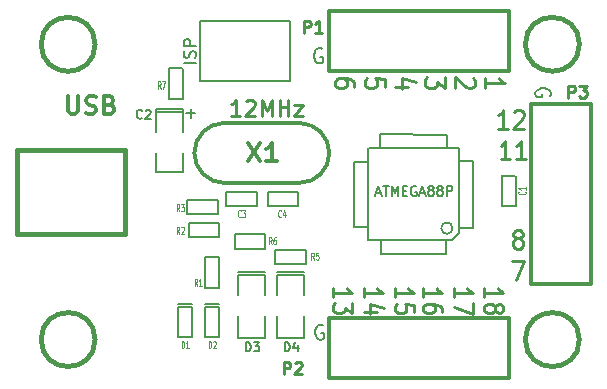
<source format=gto>
G04 (created by PCBNEW (2013-07-24 BZR 4024)-stable) date Fri 24 Jul 2015 04:08:31 PM NZST*
%MOIN*%
G04 Gerber Fmt 3.4, Leading zero omitted, Abs format*
%FSLAX34Y34*%
G01*
G70*
G90*
G04 APERTURE LIST*
%ADD10C,0.005*%
%ADD11C,0.0079*%
%ADD12C,0.0098*%
%ADD13C,0.006*%
%ADD14C,0.0125*%
%ADD15C,0.008*%
%ADD16C,0.012*%
%ADD17C,0.015*%
%ADD18C,0.0039*%
%ADD19C,0.0087*%
%ADD20C,0.01*%
%ADD21C,0.0059*%
G04 APERTURE END LIST*
G54D10*
G54D11*
X35309Y-23666D02*
X35610Y-23666D01*
X35460Y-23816D02*
X35460Y-23516D01*
X39835Y-21526D02*
X39790Y-21502D01*
X39723Y-21502D01*
X39655Y-21526D01*
X39610Y-21575D01*
X39588Y-21624D01*
X39565Y-21721D01*
X39565Y-21794D01*
X39588Y-21892D01*
X39610Y-21941D01*
X39655Y-21989D01*
X39723Y-22014D01*
X39768Y-22014D01*
X39835Y-21989D01*
X39858Y-21965D01*
X39858Y-21794D01*
X39768Y-21794D01*
X47433Y-23111D02*
X47457Y-23066D01*
X47457Y-22999D01*
X47433Y-22931D01*
X47384Y-22886D01*
X47335Y-22864D01*
X47238Y-22841D01*
X47165Y-22841D01*
X47067Y-22864D01*
X47018Y-22886D01*
X46970Y-22931D01*
X46945Y-22999D01*
X46945Y-23044D01*
X46970Y-23111D01*
X46994Y-23134D01*
X47165Y-23134D01*
X47165Y-23044D01*
X39875Y-30739D02*
X39830Y-30715D01*
X39763Y-30715D01*
X39695Y-30739D01*
X39650Y-30788D01*
X39628Y-30837D01*
X39605Y-30934D01*
X39605Y-31007D01*
X39628Y-31105D01*
X39650Y-31154D01*
X39695Y-31202D01*
X39763Y-31227D01*
X39808Y-31227D01*
X39875Y-31202D01*
X39898Y-31178D01*
X39898Y-31007D01*
X39808Y-31007D01*
G54D12*
X45245Y-29812D02*
X45245Y-29497D01*
X45245Y-29654D02*
X45875Y-29654D01*
X45785Y-29602D01*
X45725Y-29549D01*
X45695Y-29497D01*
X45605Y-30126D02*
X45635Y-30074D01*
X45665Y-30048D01*
X45725Y-30021D01*
X45755Y-30021D01*
X45815Y-30048D01*
X45845Y-30074D01*
X45875Y-30126D01*
X45875Y-30231D01*
X45845Y-30284D01*
X45815Y-30310D01*
X45755Y-30336D01*
X45725Y-30336D01*
X45665Y-30310D01*
X45635Y-30284D01*
X45605Y-30231D01*
X45605Y-30126D01*
X45575Y-30074D01*
X45545Y-30048D01*
X45485Y-30021D01*
X45365Y-30021D01*
X45305Y-30048D01*
X45275Y-30074D01*
X45245Y-30126D01*
X45245Y-30231D01*
X45275Y-30284D01*
X45305Y-30310D01*
X45365Y-30336D01*
X45485Y-30336D01*
X45545Y-30310D01*
X45575Y-30284D01*
X45605Y-30231D01*
X44221Y-29812D02*
X44221Y-29497D01*
X44221Y-29654D02*
X44851Y-29654D01*
X44761Y-29602D01*
X44701Y-29549D01*
X44671Y-29497D01*
X44851Y-29995D02*
X44851Y-30363D01*
X44221Y-30126D01*
X43198Y-29812D02*
X43198Y-29497D01*
X43198Y-29654D02*
X43828Y-29654D01*
X43738Y-29602D01*
X43678Y-29549D01*
X43648Y-29497D01*
X43828Y-30284D02*
X43828Y-30179D01*
X43798Y-30126D01*
X43768Y-30100D01*
X43678Y-30048D01*
X43558Y-30021D01*
X43318Y-30021D01*
X43258Y-30048D01*
X43228Y-30074D01*
X43198Y-30126D01*
X43198Y-30231D01*
X43228Y-30284D01*
X43258Y-30310D01*
X43318Y-30336D01*
X43468Y-30336D01*
X43528Y-30310D01*
X43558Y-30284D01*
X43588Y-30231D01*
X43588Y-30126D01*
X43558Y-30074D01*
X43528Y-30048D01*
X43468Y-30021D01*
X41229Y-29812D02*
X41229Y-29497D01*
X41229Y-29654D02*
X41859Y-29654D01*
X41769Y-29602D01*
X41709Y-29549D01*
X41679Y-29497D01*
X41649Y-30284D02*
X41229Y-30284D01*
X41889Y-30153D02*
X41439Y-30021D01*
X41439Y-30363D01*
X42253Y-29812D02*
X42253Y-29497D01*
X42253Y-29654D02*
X42883Y-29654D01*
X42793Y-29602D01*
X42733Y-29549D01*
X42703Y-29497D01*
X42883Y-30310D02*
X42883Y-30048D01*
X42583Y-30021D01*
X42613Y-30048D01*
X42643Y-30100D01*
X42643Y-30231D01*
X42613Y-30284D01*
X42583Y-30310D01*
X42523Y-30336D01*
X42373Y-30336D01*
X42313Y-30310D01*
X42283Y-30284D01*
X42253Y-30231D01*
X42253Y-30100D01*
X42283Y-30048D01*
X42313Y-30021D01*
X40205Y-29812D02*
X40205Y-29497D01*
X40205Y-29654D02*
X40835Y-29654D01*
X40745Y-29602D01*
X40685Y-29549D01*
X40655Y-29497D01*
X40835Y-29995D02*
X40835Y-30336D01*
X40595Y-30153D01*
X40595Y-30231D01*
X40565Y-30284D01*
X40535Y-30310D01*
X40475Y-30336D01*
X40325Y-30336D01*
X40265Y-30310D01*
X40235Y-30284D01*
X40205Y-30231D01*
X40205Y-30074D01*
X40235Y-30021D01*
X40265Y-29995D01*
X46025Y-24188D02*
X45710Y-24188D01*
X45867Y-24188D02*
X45867Y-23558D01*
X45815Y-23648D01*
X45762Y-23708D01*
X45710Y-23738D01*
X46234Y-23618D02*
X46261Y-23588D01*
X46313Y-23558D01*
X46444Y-23558D01*
X46497Y-23588D01*
X46523Y-23618D01*
X46549Y-23678D01*
X46549Y-23738D01*
X46523Y-23828D01*
X46208Y-24188D01*
X46549Y-24188D01*
X46103Y-25212D02*
X45788Y-25212D01*
X45945Y-25212D02*
X45945Y-24582D01*
X45893Y-24672D01*
X45840Y-24732D01*
X45788Y-24762D01*
X46627Y-25212D02*
X46312Y-25212D01*
X46470Y-25212D02*
X46470Y-24582D01*
X46417Y-24672D01*
X46365Y-24732D01*
X46312Y-24762D01*
X46313Y-27844D02*
X46261Y-27814D01*
X46234Y-27784D01*
X46208Y-27724D01*
X46208Y-27694D01*
X46234Y-27634D01*
X46261Y-27604D01*
X46313Y-27574D01*
X46418Y-27574D01*
X46470Y-27604D01*
X46497Y-27634D01*
X46523Y-27694D01*
X46523Y-27724D01*
X46497Y-27784D01*
X46470Y-27814D01*
X46418Y-27844D01*
X46313Y-27844D01*
X46261Y-27874D01*
X46234Y-27904D01*
X46208Y-27964D01*
X46208Y-28084D01*
X46234Y-28144D01*
X46261Y-28174D01*
X46313Y-28204D01*
X46418Y-28204D01*
X46470Y-28174D01*
X46497Y-28144D01*
X46523Y-28084D01*
X46523Y-27964D01*
X46497Y-27904D01*
X46470Y-27874D01*
X46418Y-27844D01*
X46166Y-28597D02*
X46566Y-28597D01*
X46308Y-29227D01*
X45277Y-22841D02*
X45277Y-22504D01*
X45277Y-22673D02*
X45923Y-22673D01*
X45831Y-22616D01*
X45769Y-22560D01*
X45738Y-22504D01*
X44859Y-22504D02*
X44890Y-22532D01*
X44921Y-22588D01*
X44921Y-22729D01*
X44890Y-22785D01*
X44859Y-22813D01*
X44798Y-22841D01*
X44736Y-22841D01*
X44644Y-22813D01*
X44275Y-22476D01*
X44275Y-22841D01*
X43918Y-22476D02*
X43918Y-22841D01*
X43672Y-22644D01*
X43672Y-22729D01*
X43641Y-22785D01*
X43611Y-22813D01*
X43549Y-22841D01*
X43395Y-22841D01*
X43334Y-22813D01*
X43303Y-22785D01*
X43272Y-22729D01*
X43272Y-22560D01*
X43303Y-22504D01*
X43334Y-22476D01*
X42700Y-22785D02*
X42270Y-22785D01*
X42947Y-22644D02*
X42485Y-22504D01*
X42485Y-22870D01*
X41913Y-22813D02*
X41913Y-22532D01*
X41606Y-22504D01*
X41637Y-22532D01*
X41667Y-22588D01*
X41667Y-22729D01*
X41637Y-22785D01*
X41606Y-22813D01*
X41544Y-22841D01*
X41390Y-22841D01*
X41329Y-22813D01*
X41298Y-22785D01*
X41267Y-22729D01*
X41267Y-22588D01*
X41298Y-22532D01*
X41329Y-22504D01*
X40911Y-22785D02*
X40911Y-22673D01*
X40880Y-22616D01*
X40850Y-22588D01*
X40757Y-22532D01*
X40634Y-22504D01*
X40388Y-22504D01*
X40327Y-22532D01*
X40296Y-22560D01*
X40265Y-22616D01*
X40265Y-22729D01*
X40296Y-22785D01*
X40327Y-22813D01*
X40388Y-22841D01*
X40542Y-22841D01*
X40603Y-22813D01*
X40634Y-22785D01*
X40665Y-22729D01*
X40665Y-22616D01*
X40634Y-22560D01*
X40603Y-22532D01*
X40542Y-22504D01*
G54D13*
X35490Y-30035D02*
X35018Y-30035D01*
X35018Y-31128D02*
X35018Y-30134D01*
G54D10*
X35500Y-31138D02*
X35500Y-30134D01*
X35028Y-31138D02*
X35500Y-31138D01*
X35032Y-30125D02*
X35492Y-30125D01*
G54D13*
X35923Y-31128D02*
X35923Y-30134D01*
X36395Y-30035D02*
X35923Y-30035D01*
G54D10*
X36405Y-31138D02*
X36405Y-30134D01*
X35933Y-31138D02*
X36405Y-31138D01*
X35937Y-30125D02*
X36397Y-30125D01*
X38330Y-31079D02*
X38330Y-31179D01*
X38330Y-31179D02*
X39230Y-31179D01*
X39230Y-31179D02*
X39230Y-31079D01*
X38330Y-28972D02*
X39230Y-28972D01*
X39230Y-31079D02*
X39230Y-30429D01*
X38330Y-29729D02*
X38330Y-29079D01*
X38330Y-29079D02*
X39230Y-29079D01*
X39230Y-29079D02*
X39230Y-29729D01*
X38330Y-30429D02*
X38330Y-31079D01*
X37031Y-31079D02*
X37031Y-31179D01*
X37031Y-31179D02*
X37931Y-31179D01*
X37931Y-31179D02*
X37931Y-31079D01*
X37031Y-29052D02*
X37931Y-29052D01*
X37931Y-31079D02*
X37931Y-30429D01*
X37031Y-29729D02*
X37031Y-29079D01*
X37031Y-28961D02*
X37931Y-28961D01*
X37931Y-29079D02*
X37931Y-29729D01*
X37031Y-30429D02*
X37031Y-31079D01*
G54D14*
X36573Y-25995D02*
X39073Y-25995D01*
X36573Y-23995D02*
X39073Y-23995D01*
X40073Y-24995D02*
G75*
G03X39073Y-23995I-1000J0D01*
G74*
G01*
X39073Y-25995D02*
G75*
G03X40073Y-24995I0J1000D01*
G74*
G01*
X36573Y-23995D02*
G75*
G03X35573Y-24995I0J-1000D01*
G74*
G01*
X35573Y-24995D02*
G75*
G03X36573Y-25995I1000J0D01*
G74*
G01*
G54D15*
X35772Y-20610D02*
X38772Y-20610D01*
X38772Y-22610D02*
X35772Y-22610D01*
X35772Y-22610D02*
X35772Y-20610D01*
X38772Y-20610D02*
X38772Y-22610D01*
G54D16*
X46796Y-29377D02*
X46796Y-23377D01*
X46796Y-23377D02*
X48796Y-23377D01*
X48796Y-23377D02*
X48796Y-29377D01*
X48796Y-29377D02*
X46796Y-29377D01*
G54D13*
X40894Y-25287D02*
X41344Y-25287D01*
X40894Y-27467D02*
X41334Y-27467D01*
X40894Y-25287D02*
X40894Y-27467D01*
X41774Y-24817D02*
X41774Y-24387D01*
X43984Y-24807D02*
X43984Y-24387D01*
X43994Y-24387D02*
X41774Y-24377D01*
X43974Y-28357D02*
X41804Y-28367D01*
X44404Y-27667D02*
X44404Y-24837D01*
X41794Y-28357D02*
X41794Y-27947D01*
X44154Y-27907D02*
X41374Y-27907D01*
X41354Y-24827D02*
X41354Y-27867D01*
X44404Y-24827D02*
X41404Y-24827D01*
X44854Y-27497D02*
X44854Y-25277D01*
X44854Y-25277D02*
X44404Y-25277D01*
X44400Y-27677D02*
X44170Y-27907D01*
X44852Y-27497D02*
X44400Y-27497D01*
X43974Y-27907D02*
X43974Y-28359D01*
X44180Y-27503D02*
G75*
G03X44180Y-27503I-188J0D01*
G74*
G01*
G54D10*
X46287Y-26767D02*
X46287Y-25763D01*
X45815Y-25743D02*
X45815Y-26767D01*
X45815Y-26767D02*
X46287Y-26767D01*
X45819Y-25754D02*
X46279Y-25754D01*
X36642Y-26767D02*
X37646Y-26767D01*
X37666Y-26295D02*
X36642Y-26295D01*
X36642Y-26295D02*
X36642Y-26767D01*
X37655Y-26299D02*
X37655Y-26759D01*
X39044Y-26295D02*
X38040Y-26295D01*
X38020Y-26767D02*
X39044Y-26767D01*
X39044Y-26767D02*
X39044Y-26295D01*
X38031Y-26763D02*
X38031Y-26303D01*
X35185Y-23185D02*
X35185Y-22181D01*
X34713Y-22161D02*
X34713Y-23185D01*
X34713Y-23185D02*
X35185Y-23185D01*
X34717Y-22172D02*
X35177Y-22172D01*
X37941Y-27712D02*
X36937Y-27712D01*
X36917Y-28184D02*
X37941Y-28184D01*
X37941Y-28184D02*
X37941Y-27712D01*
X36928Y-28180D02*
X36928Y-27720D01*
X39280Y-28224D02*
X38276Y-28224D01*
X38256Y-28696D02*
X39280Y-28696D01*
X39280Y-28696D02*
X39280Y-28224D01*
X38267Y-28692D02*
X38267Y-28232D01*
X35342Y-27042D02*
X36346Y-27042D01*
X36366Y-26570D02*
X35342Y-26570D01*
X35342Y-26570D02*
X35342Y-27042D01*
X36355Y-26574D02*
X36355Y-27034D01*
X36405Y-29484D02*
X36405Y-28480D01*
X35933Y-28460D02*
X35933Y-29484D01*
X35933Y-29484D02*
X36405Y-29484D01*
X35937Y-28471D02*
X36397Y-28471D01*
X36406Y-27318D02*
X35402Y-27318D01*
X35382Y-27790D02*
X36406Y-27790D01*
X36406Y-27790D02*
X36406Y-27318D01*
X35393Y-27786D02*
X35393Y-27326D01*
G54D16*
X40071Y-30495D02*
X46071Y-30495D01*
X46071Y-30495D02*
X46071Y-32495D01*
X46071Y-32495D02*
X40071Y-32495D01*
X40071Y-32495D02*
X40071Y-30495D01*
X46071Y-22259D02*
X40071Y-22259D01*
X40071Y-22259D02*
X40071Y-20259D01*
X40071Y-20259D02*
X46071Y-20259D01*
X46071Y-20259D02*
X46071Y-22259D01*
G54D17*
X48408Y-31216D02*
G75*
G03X48408Y-31216I-900J0D01*
G74*
G01*
X32266Y-21374D02*
G75*
G03X32266Y-21374I-900J0D01*
G74*
G01*
X48408Y-21374D02*
G75*
G03X48408Y-21374I-900J0D01*
G74*
G01*
X32266Y-31216D02*
G75*
G03X32266Y-31216I-900J0D01*
G74*
G01*
X33275Y-27693D02*
X33275Y-24897D01*
X33275Y-24897D02*
X29653Y-24897D01*
X29653Y-24897D02*
X29653Y-27693D01*
X29653Y-27693D02*
X33275Y-27693D01*
G54D10*
X35202Y-23641D02*
X35202Y-23541D01*
X35202Y-23541D02*
X34302Y-23541D01*
X34302Y-23541D02*
X34302Y-23641D01*
X35202Y-23641D02*
X34302Y-23641D01*
X34302Y-23641D02*
X34302Y-24291D01*
X35202Y-24991D02*
X35202Y-25641D01*
X35202Y-25641D02*
X34302Y-25641D01*
X34302Y-25641D02*
X34302Y-24991D01*
X35202Y-24291D02*
X35202Y-23641D01*
G54D18*
X35148Y-31510D02*
X35148Y-31269D01*
X35185Y-31269D01*
X35207Y-31281D01*
X35222Y-31303D01*
X35230Y-31326D01*
X35237Y-31372D01*
X35237Y-31407D01*
X35230Y-31453D01*
X35222Y-31476D01*
X35207Y-31499D01*
X35185Y-31510D01*
X35148Y-31510D01*
X35387Y-31510D02*
X35297Y-31510D01*
X35342Y-31510D02*
X35342Y-31269D01*
X35327Y-31303D01*
X35312Y-31326D01*
X35297Y-31338D01*
X36053Y-31510D02*
X36053Y-31269D01*
X36090Y-31269D01*
X36112Y-31281D01*
X36127Y-31303D01*
X36135Y-31326D01*
X36142Y-31372D01*
X36142Y-31407D01*
X36135Y-31453D01*
X36127Y-31476D01*
X36112Y-31499D01*
X36090Y-31510D01*
X36053Y-31510D01*
X36202Y-31292D02*
X36210Y-31281D01*
X36225Y-31269D01*
X36262Y-31269D01*
X36277Y-31281D01*
X36284Y-31292D01*
X36292Y-31315D01*
X36292Y-31338D01*
X36284Y-31372D01*
X36195Y-31510D01*
X36292Y-31510D01*
G54D10*
X38585Y-31613D02*
X38585Y-31313D01*
X38657Y-31313D01*
X38699Y-31327D01*
X38728Y-31356D01*
X38742Y-31384D01*
X38757Y-31442D01*
X38757Y-31484D01*
X38742Y-31542D01*
X38728Y-31570D01*
X38699Y-31599D01*
X38657Y-31613D01*
X38585Y-31613D01*
X39014Y-31413D02*
X39014Y-31613D01*
X38942Y-31299D02*
X38871Y-31513D01*
X39057Y-31513D01*
X37286Y-31613D02*
X37286Y-31313D01*
X37358Y-31313D01*
X37400Y-31327D01*
X37429Y-31356D01*
X37443Y-31384D01*
X37458Y-31442D01*
X37458Y-31484D01*
X37443Y-31542D01*
X37429Y-31570D01*
X37400Y-31599D01*
X37358Y-31613D01*
X37286Y-31613D01*
X37558Y-31313D02*
X37743Y-31313D01*
X37643Y-31427D01*
X37686Y-31427D01*
X37715Y-31442D01*
X37729Y-31456D01*
X37743Y-31484D01*
X37743Y-31556D01*
X37729Y-31584D01*
X37715Y-31599D01*
X37686Y-31613D01*
X37600Y-31613D01*
X37572Y-31599D01*
X37558Y-31584D01*
G54D16*
X37376Y-24677D02*
X37776Y-25277D01*
X37776Y-24677D02*
X37376Y-25277D01*
X38319Y-25277D02*
X37976Y-25277D01*
X38147Y-25277D02*
X38147Y-24677D01*
X38090Y-24763D01*
X38033Y-24820D01*
X37976Y-24849D01*
G54D19*
X37099Y-23749D02*
X36801Y-23749D01*
X36950Y-23749D02*
X36950Y-23228D01*
X36900Y-23303D01*
X36851Y-23352D01*
X36801Y-23377D01*
X37297Y-23278D02*
X37322Y-23253D01*
X37372Y-23228D01*
X37496Y-23228D01*
X37545Y-23253D01*
X37570Y-23278D01*
X37595Y-23328D01*
X37595Y-23377D01*
X37570Y-23452D01*
X37272Y-23749D01*
X37595Y-23749D01*
X37818Y-23749D02*
X37818Y-23228D01*
X37992Y-23601D01*
X38166Y-23228D01*
X38166Y-23749D01*
X38414Y-23749D02*
X38414Y-23228D01*
X38414Y-23476D02*
X38711Y-23476D01*
X38711Y-23749D02*
X38711Y-23228D01*
X38910Y-23402D02*
X39183Y-23402D01*
X38910Y-23749D01*
X39183Y-23749D01*
G54D15*
X35621Y-22000D02*
X35221Y-22000D01*
X35602Y-21829D02*
X35621Y-21771D01*
X35621Y-21676D01*
X35602Y-21638D01*
X35583Y-21619D01*
X35545Y-21600D01*
X35507Y-21600D01*
X35469Y-21619D01*
X35450Y-21638D01*
X35431Y-21676D01*
X35412Y-21752D01*
X35393Y-21790D01*
X35374Y-21809D01*
X35336Y-21829D01*
X35298Y-21829D01*
X35260Y-21809D01*
X35240Y-21790D01*
X35221Y-21752D01*
X35221Y-21657D01*
X35240Y-21600D01*
X35621Y-21429D02*
X35221Y-21429D01*
X35221Y-21276D01*
X35240Y-21238D01*
X35260Y-21219D01*
X35298Y-21200D01*
X35355Y-21200D01*
X35393Y-21219D01*
X35412Y-21238D01*
X35431Y-21276D01*
X35431Y-21429D01*
G54D20*
X48038Y-23149D02*
X48038Y-22749D01*
X48191Y-22749D01*
X48229Y-22768D01*
X48248Y-22788D01*
X48267Y-22826D01*
X48267Y-22883D01*
X48248Y-22921D01*
X48229Y-22940D01*
X48191Y-22959D01*
X48038Y-22959D01*
X48400Y-22749D02*
X48648Y-22749D01*
X48514Y-22902D01*
X48572Y-22902D01*
X48610Y-22921D01*
X48629Y-22940D01*
X48648Y-22978D01*
X48648Y-23073D01*
X48629Y-23111D01*
X48610Y-23130D01*
X48572Y-23149D01*
X48457Y-23149D01*
X48419Y-23130D01*
X48400Y-23111D01*
G54D21*
X41633Y-26337D02*
X41783Y-26337D01*
X41603Y-26438D02*
X41708Y-26084D01*
X41813Y-26438D01*
X41873Y-26084D02*
X42053Y-26084D01*
X41963Y-26438D02*
X41963Y-26084D01*
X42158Y-26438D02*
X42158Y-26084D01*
X42263Y-26337D01*
X42368Y-26084D01*
X42368Y-26438D01*
X42518Y-26252D02*
X42623Y-26252D01*
X42668Y-26438D02*
X42518Y-26438D01*
X42518Y-26084D01*
X42668Y-26084D01*
X42968Y-26101D02*
X42938Y-26084D01*
X42893Y-26084D01*
X42848Y-26101D01*
X42818Y-26134D01*
X42803Y-26168D01*
X42788Y-26236D01*
X42788Y-26286D01*
X42803Y-26354D01*
X42818Y-26387D01*
X42848Y-26421D01*
X42893Y-26438D01*
X42923Y-26438D01*
X42968Y-26421D01*
X42983Y-26404D01*
X42983Y-26286D01*
X42923Y-26286D01*
X43103Y-26337D02*
X43253Y-26337D01*
X43073Y-26438D02*
X43178Y-26084D01*
X43283Y-26438D01*
X43433Y-26236D02*
X43403Y-26219D01*
X43388Y-26202D01*
X43373Y-26168D01*
X43373Y-26151D01*
X43388Y-26118D01*
X43403Y-26101D01*
X43433Y-26084D01*
X43493Y-26084D01*
X43523Y-26101D01*
X43538Y-26118D01*
X43553Y-26151D01*
X43553Y-26168D01*
X43538Y-26202D01*
X43523Y-26219D01*
X43493Y-26236D01*
X43433Y-26236D01*
X43403Y-26252D01*
X43388Y-26269D01*
X43373Y-26303D01*
X43373Y-26370D01*
X43388Y-26404D01*
X43403Y-26421D01*
X43433Y-26438D01*
X43493Y-26438D01*
X43523Y-26421D01*
X43538Y-26404D01*
X43553Y-26370D01*
X43553Y-26303D01*
X43538Y-26269D01*
X43523Y-26252D01*
X43493Y-26236D01*
X43733Y-26236D02*
X43703Y-26219D01*
X43688Y-26202D01*
X43673Y-26168D01*
X43673Y-26151D01*
X43688Y-26118D01*
X43703Y-26101D01*
X43733Y-26084D01*
X43793Y-26084D01*
X43823Y-26101D01*
X43838Y-26118D01*
X43853Y-26151D01*
X43853Y-26168D01*
X43838Y-26202D01*
X43823Y-26219D01*
X43793Y-26236D01*
X43733Y-26236D01*
X43703Y-26252D01*
X43688Y-26269D01*
X43673Y-26303D01*
X43673Y-26370D01*
X43688Y-26404D01*
X43703Y-26421D01*
X43733Y-26438D01*
X43793Y-26438D01*
X43823Y-26421D01*
X43838Y-26404D01*
X43853Y-26370D01*
X43853Y-26303D01*
X43838Y-26269D01*
X43823Y-26252D01*
X43793Y-26236D01*
X43988Y-26438D02*
X43988Y-26084D01*
X44108Y-26084D01*
X44138Y-26101D01*
X44153Y-26118D01*
X44168Y-26151D01*
X44168Y-26202D01*
X44153Y-26236D01*
X44138Y-26252D01*
X44108Y-26269D01*
X43988Y-26269D01*
G54D18*
X46597Y-26282D02*
X46609Y-26289D01*
X46620Y-26312D01*
X46620Y-26327D01*
X46609Y-26349D01*
X46586Y-26364D01*
X46563Y-26371D01*
X46517Y-26379D01*
X46482Y-26379D01*
X46436Y-26371D01*
X46413Y-26364D01*
X46391Y-26349D01*
X46379Y-26327D01*
X46379Y-26312D01*
X46391Y-26289D01*
X46402Y-26282D01*
X46620Y-26132D02*
X46620Y-26222D01*
X46620Y-26177D02*
X46379Y-26177D01*
X46413Y-26192D01*
X46436Y-26207D01*
X46448Y-26222D01*
X37126Y-27117D02*
X37119Y-27129D01*
X37096Y-27140D01*
X37081Y-27140D01*
X37059Y-27129D01*
X37044Y-27106D01*
X37037Y-27083D01*
X37029Y-27037D01*
X37029Y-27002D01*
X37037Y-26956D01*
X37044Y-26933D01*
X37059Y-26911D01*
X37081Y-26899D01*
X37096Y-26899D01*
X37119Y-26911D01*
X37126Y-26922D01*
X37179Y-26899D02*
X37276Y-26899D01*
X37224Y-26991D01*
X37246Y-26991D01*
X37261Y-27002D01*
X37268Y-27014D01*
X37276Y-27037D01*
X37276Y-27094D01*
X37268Y-27117D01*
X37261Y-27129D01*
X37246Y-27140D01*
X37201Y-27140D01*
X37186Y-27129D01*
X37179Y-27117D01*
X38465Y-27117D02*
X38458Y-27129D01*
X38435Y-27140D01*
X38420Y-27140D01*
X38398Y-27129D01*
X38383Y-27106D01*
X38376Y-27083D01*
X38368Y-27037D01*
X38368Y-27002D01*
X38376Y-26956D01*
X38383Y-26933D01*
X38398Y-26911D01*
X38420Y-26899D01*
X38435Y-26899D01*
X38458Y-26911D01*
X38465Y-26922D01*
X38600Y-26979D02*
X38600Y-27140D01*
X38563Y-26888D02*
X38525Y-27060D01*
X38622Y-27060D01*
X34449Y-22849D02*
X34397Y-22734D01*
X34360Y-22849D02*
X34360Y-22608D01*
X34419Y-22608D01*
X34434Y-22620D01*
X34442Y-22631D01*
X34449Y-22654D01*
X34449Y-22688D01*
X34442Y-22711D01*
X34434Y-22723D01*
X34419Y-22734D01*
X34360Y-22734D01*
X34502Y-22608D02*
X34606Y-22608D01*
X34539Y-22849D01*
X38150Y-28046D02*
X38098Y-27931D01*
X38061Y-28046D02*
X38061Y-27805D01*
X38120Y-27805D01*
X38135Y-27817D01*
X38143Y-27828D01*
X38150Y-27851D01*
X38150Y-27885D01*
X38143Y-27908D01*
X38135Y-27920D01*
X38120Y-27931D01*
X38061Y-27931D01*
X38285Y-27805D02*
X38255Y-27805D01*
X38240Y-27817D01*
X38233Y-27828D01*
X38218Y-27862D01*
X38210Y-27908D01*
X38210Y-28000D01*
X38218Y-28023D01*
X38225Y-28035D01*
X38240Y-28046D01*
X38270Y-28046D01*
X38285Y-28035D01*
X38292Y-28023D01*
X38300Y-28000D01*
X38300Y-27943D01*
X38292Y-27920D01*
X38285Y-27908D01*
X38270Y-27897D01*
X38240Y-27897D01*
X38225Y-27908D01*
X38218Y-27920D01*
X38210Y-27943D01*
X39567Y-28558D02*
X39515Y-28443D01*
X39478Y-28558D02*
X39478Y-28317D01*
X39537Y-28317D01*
X39552Y-28329D01*
X39560Y-28340D01*
X39567Y-28363D01*
X39567Y-28397D01*
X39560Y-28420D01*
X39552Y-28432D01*
X39537Y-28443D01*
X39478Y-28443D01*
X39709Y-28317D02*
X39635Y-28317D01*
X39627Y-28432D01*
X39635Y-28420D01*
X39650Y-28409D01*
X39687Y-28409D01*
X39702Y-28420D01*
X39709Y-28432D01*
X39717Y-28455D01*
X39717Y-28512D01*
X39709Y-28535D01*
X39702Y-28547D01*
X39687Y-28558D01*
X39650Y-28558D01*
X39635Y-28547D01*
X39627Y-28535D01*
X35079Y-26943D02*
X35027Y-26828D01*
X34990Y-26943D02*
X34990Y-26702D01*
X35049Y-26702D01*
X35064Y-26714D01*
X35072Y-26725D01*
X35079Y-26748D01*
X35079Y-26782D01*
X35072Y-26805D01*
X35064Y-26817D01*
X35049Y-26828D01*
X34990Y-26828D01*
X35132Y-26702D02*
X35229Y-26702D01*
X35177Y-26794D01*
X35199Y-26794D01*
X35214Y-26805D01*
X35221Y-26817D01*
X35229Y-26840D01*
X35229Y-26897D01*
X35221Y-26920D01*
X35214Y-26932D01*
X35199Y-26943D01*
X35154Y-26943D01*
X35139Y-26932D01*
X35132Y-26920D01*
X35670Y-29424D02*
X35618Y-29309D01*
X35581Y-29424D02*
X35581Y-29183D01*
X35640Y-29183D01*
X35655Y-29195D01*
X35663Y-29206D01*
X35670Y-29229D01*
X35670Y-29263D01*
X35663Y-29286D01*
X35655Y-29298D01*
X35640Y-29309D01*
X35581Y-29309D01*
X35820Y-29424D02*
X35730Y-29424D01*
X35775Y-29424D02*
X35775Y-29183D01*
X35760Y-29217D01*
X35745Y-29240D01*
X35730Y-29252D01*
X35079Y-27691D02*
X35027Y-27576D01*
X34990Y-27691D02*
X34990Y-27450D01*
X35049Y-27450D01*
X35064Y-27462D01*
X35072Y-27473D01*
X35079Y-27496D01*
X35079Y-27530D01*
X35072Y-27553D01*
X35064Y-27565D01*
X35049Y-27576D01*
X34990Y-27576D01*
X35139Y-27473D02*
X35147Y-27462D01*
X35162Y-27450D01*
X35199Y-27450D01*
X35214Y-27462D01*
X35221Y-27473D01*
X35229Y-27496D01*
X35229Y-27519D01*
X35221Y-27553D01*
X35132Y-27691D01*
X35229Y-27691D01*
G54D20*
X38550Y-32362D02*
X38550Y-31962D01*
X38703Y-31962D01*
X38741Y-31981D01*
X38760Y-32001D01*
X38779Y-32039D01*
X38779Y-32096D01*
X38760Y-32134D01*
X38741Y-32153D01*
X38703Y-32172D01*
X38550Y-32172D01*
X38931Y-32001D02*
X38950Y-31981D01*
X38988Y-31962D01*
X39084Y-31962D01*
X39122Y-31981D01*
X39141Y-32001D01*
X39160Y-32039D01*
X39160Y-32077D01*
X39141Y-32134D01*
X38912Y-32362D01*
X39160Y-32362D01*
X39220Y-20984D02*
X39220Y-20584D01*
X39373Y-20584D01*
X39411Y-20603D01*
X39430Y-20623D01*
X39449Y-20661D01*
X39449Y-20718D01*
X39430Y-20756D01*
X39411Y-20775D01*
X39373Y-20794D01*
X39220Y-20794D01*
X39830Y-20984D02*
X39601Y-20984D01*
X39716Y-20984D02*
X39716Y-20584D01*
X39677Y-20642D01*
X39639Y-20680D01*
X39601Y-20699D01*
G54D16*
X31356Y-23103D02*
X31356Y-23589D01*
X31385Y-23646D01*
X31414Y-23675D01*
X31471Y-23703D01*
X31585Y-23703D01*
X31642Y-23675D01*
X31671Y-23646D01*
X31699Y-23589D01*
X31699Y-23103D01*
X31956Y-23675D02*
X32042Y-23703D01*
X32185Y-23703D01*
X32242Y-23675D01*
X32271Y-23646D01*
X32299Y-23589D01*
X32299Y-23532D01*
X32271Y-23475D01*
X32242Y-23446D01*
X32185Y-23418D01*
X32071Y-23389D01*
X32014Y-23361D01*
X31985Y-23332D01*
X31956Y-23275D01*
X31956Y-23218D01*
X31985Y-23161D01*
X32014Y-23132D01*
X32071Y-23103D01*
X32214Y-23103D01*
X32299Y-23132D01*
X32756Y-23389D02*
X32842Y-23418D01*
X32871Y-23446D01*
X32899Y-23503D01*
X32899Y-23589D01*
X32871Y-23646D01*
X32842Y-23675D01*
X32785Y-23703D01*
X32556Y-23703D01*
X32556Y-23103D01*
X32756Y-23103D01*
X32814Y-23132D01*
X32842Y-23161D01*
X32871Y-23218D01*
X32871Y-23275D01*
X32842Y-23332D01*
X32814Y-23361D01*
X32756Y-23389D01*
X32556Y-23389D01*
G54D10*
X33836Y-23828D02*
X33821Y-23843D01*
X33778Y-23857D01*
X33750Y-23857D01*
X33707Y-23843D01*
X33678Y-23814D01*
X33664Y-23786D01*
X33650Y-23728D01*
X33650Y-23686D01*
X33664Y-23628D01*
X33678Y-23600D01*
X33707Y-23571D01*
X33750Y-23557D01*
X33778Y-23557D01*
X33821Y-23571D01*
X33836Y-23586D01*
X33950Y-23586D02*
X33964Y-23571D01*
X33993Y-23557D01*
X34064Y-23557D01*
X34093Y-23571D01*
X34107Y-23586D01*
X34121Y-23614D01*
X34121Y-23643D01*
X34107Y-23686D01*
X33936Y-23857D01*
X34121Y-23857D01*
M02*

</source>
